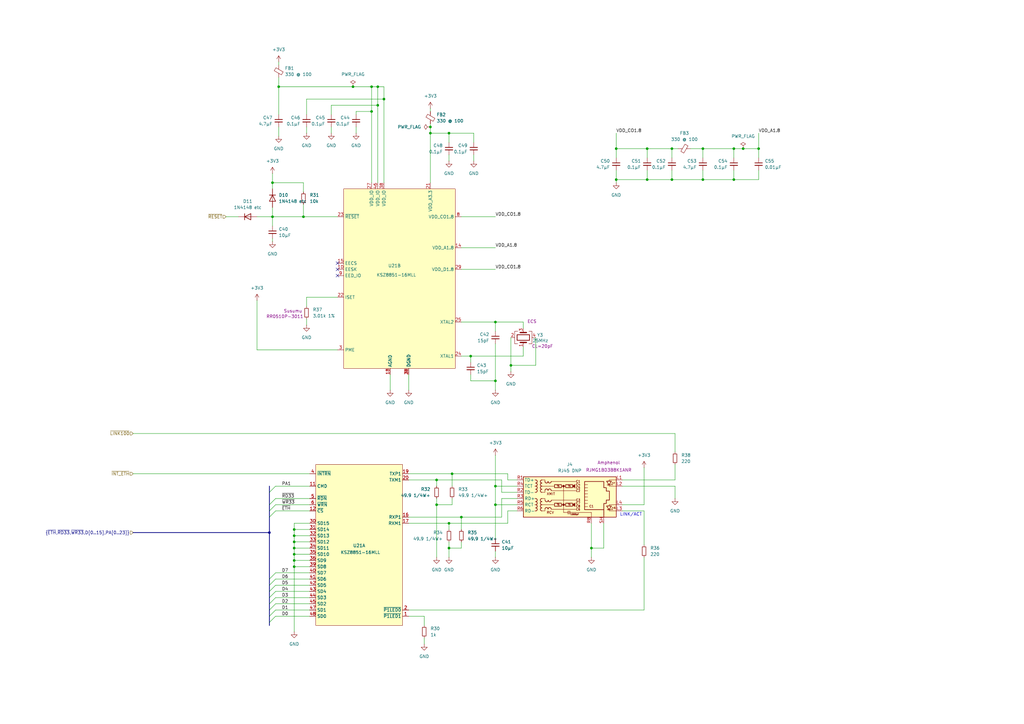
<source format=kicad_sch>
(kicad_sch (version 20231120) (generator "eeschema") (generator_version "8.0")
  (paper "A3")
  (title_block (date "2024-08-10") (rev "Rev 4"))
  (lib_symbols
    (symbol "Connector:RJ45_Amphenol_RJMG1BD3B8K1ANR"
      (property "Reference" "J" (at 18.415 10.16 0))
      (property "Value" "RJ45_Amphenol_RJMG1BD3B8K1ANR" (at -19.05 10.16 0))
      (symbol "RJ45_Amphenol_RJMG1BD3B8K1ANR_0_0"
        (circle (center -1.27 -2.54) (radius 0.0001) (stroke (width 0.508)))
        (circle (center -1.27 5.08) (radius 0.0001) (stroke (width 0.508)))
        (polyline (pts (xy -1.27 5.08) (xy -1.27 -5.715)))
        (polyline (pts (xy 0.635 -5.08) (xy 0.635 -6.35)) (stroke (width 0.254)))
        (polyline (pts (xy 1.27 -5.08) (xy 1.27 -6.35)) (stroke (width 0.254)))
        (polyline (pts (xy 3.048 -2.54) (xy 2.54 -2.54)))
        (polyline (pts (xy 3.048 5.08) (xy 2.54 5.08)))
        (polyline (pts (xy 17.399 -3.048) (xy 17.399 -2.54) (xy 20.32 -2.54)))
        (polyline (pts (xy 17.399 7.112) (xy 17.399 7.62) (xy 20.32 7.62)))
        (polyline (pts (xy 20.32 -5.08) (xy 17.399 -5.08) (xy 17.399 -4.572)))
        (polyline (pts (xy 20.32 5.08) (xy 17.399 5.08) (xy 17.399 5.588)))
        (polyline (pts (xy 3.683 -1.905) (xy 3.048 -1.905) (xy 3.048 -3.175) (xy 3.683 -3.175)))
        (polyline (pts (xy 3.683 5.715) (xy 3.048 5.715) (xy 3.048 4.445) (xy 3.683 4.445)))
        (circle (center 3.048 -2.54) (radius 0.0001) (stroke (width 0.508)))
        (circle (center 3.048 5.08) (radius 0.0001) (stroke (width 0.508)))
        (text "C1" (at 4.699 6.985 0) (effects (font (size 0.889 0.889))))
        (text "C1" (at 10.16 -3.175 0) (effects (font (size 0.889 0.889))))
        (text "C2" (at 4.699 3.175 0) (effects (font (size 0.889 0.889))))
        (text "C3" (at 4.699 -0.635 0) (effects (font (size 0.889 0.889))))
        (text "C4" (at 4.699 5.715 0) (effects (font (size 0.889 0.889))))
        (text "C5" (at 4.699 4.445 0) (effects (font (size 0.889 0.889))))
        (text "C6" (at 4.699 -4.445 0) (effects (font (size 0.889 0.889))))
        (text "C7" (at 4.699 -1.905 0) (effects (font (size 0.889 0.889))))
        (text "C8" (at 4.699 -3.175 0) (effects (font (size 0.889 0.889))))
        (text "RCV" (at -8.255 -5.715 0) (effects (font (size 1.016 1.016)) (justify left)))
        (text "XMIT" (at -8.255 1.905 0) (effects (font (size 1.016 1.016)) (justify left)))
      )
      (symbol "RJ45_Amphenol_RJMG1BD3B8K1ANR_0_1"
        (rectangle (start -17.78 8.89) (end 20.32 -7.62) (stroke (width 0.254)) (fill (type background)))
        (polyline (pts (xy -12.7 -5.08) (xy -13.081 -5.08)))
        (polyline (pts (xy -12.7 -2.54) (xy -13.081 -2.54)))
        (polyline (pts (xy -12.7 0) (xy -13.081 0)))
        (polyline (pts (xy -12.7 2.54) (xy -13.081 2.54)))
        (polyline (pts (xy -12.7 5.08) (xy -13.081 5.08)))
        (polyline (pts (xy -12.7 7.62) (xy -13.081 7.62)))
        (polyline (pts (xy -6.35 -4.445) (xy 3.683 -4.445)))
        (polyline (pts (xy -6.35 3.175) (xy 3.683 3.175)))
        (polyline (pts (xy -6.35 6.985) (xy 3.683 6.985)))
        (polyline (pts (xy -6.223 -0.635) (xy 3.683 -0.635)))
        (polyline (pts (xy -5.08 -2.54) (xy -10.16 -2.54)))
        (polyline (pts (xy -4.953 5.08) (xy -10.16 5.08)))
        (polyline (pts (xy -2.159 -2.54) (xy -0.381 -2.54)))
        (polyline (pts (xy -2.159 5.08) (xy -0.381 5.08)))
        (polyline (pts (xy 0.635 -5.715) (xy -1.27 -5.715)))
        (polyline (pts (xy 7.366 -2.032) (xy 8.636 -2.032)))
        (polyline (pts (xy 7.366 -0.762) (xy 8.636 -0.762)))
        (polyline (pts (xy 7.366 0.635) (xy 8.636 0.635)))
        (polyline (pts (xy 7.366 1.905) (xy 8.636 1.905)))
        (polyline (pts (xy 7.366 3.175) (xy 8.636 3.175)))
        (polyline (pts (xy 8.636 -3.302) (xy 7.366 -3.302)))
        (polyline (pts (xy 8.636 4.445) (xy 7.366 4.445)))
        (polyline (pts (xy 8.636 5.715) (xy 7.366 5.715)))
        (polyline (pts (xy 10.16 -5.715) (xy 1.27 -5.715)))
        (polyline (pts (xy 10.16 -5.715) (xy 10.16 -7.62)))
        (polyline (pts (xy -10.16 0) (xy -8.89 0) (xy -8.89 -0.635)))
        (polyline (pts (xy -10.16 7.62) (xy -8.89 7.62) (xy -8.89 6.985)))
        (polyline (pts (xy -8.89 -4.445) (xy -8.89 -5.08) (xy -10.16 -5.08)))
        (polyline (pts (xy -8.89 3.175) (xy -8.89 2.54) (xy -10.16 2.54)))
      )
      (symbol "RJ45_Amphenol_RJMG1BD3B8K1ANR_1_0"
        (text "1000pF" (at 3.302 -6.477 0) (effects (font (size 0.635 0.635))))
      )
      (symbol "RJ45_Amphenol_RJMG1BD3B8K1ANR_1_1"
        (arc (start -12.7 -1.27) (mid -12.0677 -0.635) (end -12.7 0) (stroke (width 0.254)))
        (arc (start -12.6973 -5.08) (mid -12.065 -4.445) (end -12.6973 -3.81) (stroke (width 0.254)))
        (arc (start -12.6973 -3.81) (mid -12.065 -3.175) (end -12.6973 -2.54) (stroke (width 0.254)))
        (arc (start -12.6973 -2.54) (mid -12.065 -1.905) (end -12.6973 -1.27) (stroke (width 0.254)))
        (arc (start -12.6973 6.35) (mid -12.065 6.985) (end -12.6973 7.62) (stroke (width 0.254)))
        (arc (start -12.6946 2.54) (mid -12.0623 3.175) (end -12.6946 3.81) (stroke (width 0.254)))
        (arc (start -12.6946 3.81) (mid -12.0623 4.445) (end -12.6946 5.08) (stroke (width 0.254)))
        (arc (start -12.6946 5.08) (mid -12.0623 5.715) (end -12.6946 6.35) (stroke (width 0.254)))
        (arc (start -10.1654 -2.54) (mid -10.7977 -3.175) (end -10.1654 -3.81) (stroke (width 0.254)))
        (arc (start -10.1654 -1.27) (mid -10.7977 -1.905) (end -10.1654 -2.54) (stroke (width 0.254)))
        (arc (start -10.1654 0) (mid -10.7977 -0.635) (end -10.1654 -1.27) (stroke (width 0.254)))
        (arc (start -10.1654 5.08) (mid -10.7977 4.445) (end -10.1654 3.81) (stroke (width 0.254)))
        (arc (start -10.1654 6.35) (mid -10.7977 5.715) (end -10.1654 5.08) (stroke (width 0.254)))
        (arc (start -10.1654 7.62) (mid -10.7977 6.985) (end -10.1654 6.35) (stroke (width 0.254)))
        (arc (start -10.1627 -3.81) (mid -10.795 -4.445) (end -10.1627 -5.08) (stroke (width 0.254)))
        (arc (start -10.1627 3.81) (mid -10.795 3.175) (end -10.1627 2.54) (stroke (width 0.254)))
        (arc (start -8.89 6.9823) (mid -8.255 6.35) (end -7.62 6.9823) (stroke (width 0.254)))
        (arc (start -8.8265 -0.7012) (mid -8.1915 -1.3335) (end -7.5565 -0.7012) (stroke (width 0.254)))
        (arc (start -7.62 -4.3153) (mid -8.255 -3.683) (end -8.89 -4.3153) (stroke (width 0.254)))
        (arc (start -7.62 3.3047) (mid -8.255 3.937) (end -8.89 3.3047) (stroke (width 0.254)))
        (arc (start -7.62 6.985) (mid -6.985 6.3527) (end -6.35 6.985) (stroke (width 0.254)))
        (arc (start -7.5565 -0.6985) (mid -6.9215 -1.3308) (end -6.2865 -0.6985) (stroke (width 0.254)))
        (arc (start -6.35 -4.3126) (mid -6.985 -3.6803) (end -7.62 -4.3126) (stroke (width 0.254)))
        (arc (start -6.35 3.3074) (mid -6.985 3.9397) (end -7.62 3.3074) (stroke (width 0.254)))
        (rectangle (start -4.953 -1.905) (end -2.159 -3.175) (stroke (width 0.254)))
        (rectangle (start -4.953 5.715) (end -2.159 4.445) (stroke (width 0.254)))
        (rectangle (start -0.381 -1.905) (end 2.413 -3.175) (stroke (width 0.254)))
        (rectangle (start -0.381 5.715) (end 2.413 4.445) (stroke (width 0.254)))
        (polyline (pts (xy 15.24 -7.62) (xy 15.24 -4.572)) (stroke (width 0.254)))
        (polyline (pts (xy 18.161 -4.572) (xy 16.637 -4.572)) (stroke (width 0.254)))
        (polyline (pts (xy 18.161 5.588) (xy 16.637 5.588)) (stroke (width 0.254)))
        (polyline (pts (xy 18.796 -4.572) (xy 18.796 -4.318)))
        (polyline (pts (xy 18.796 5.588) (xy 18.796 5.842)))
        (polyline (pts (xy 19.05 -3.937) (xy 19.05 -3.683)))
        (polyline (pts (xy 19.05 6.223) (xy 19.05 6.477)))
        (polyline (pts (xy 18.288 -4.064) (xy 18.796 -4.572) (xy 18.542 -4.572)))
        (polyline (pts (xy 18.288 6.096) (xy 18.796 5.588) (xy 18.542 5.588)))
        (polyline (pts (xy 18.542 -3.429) (xy 19.05 -3.937) (xy 18.796 -3.937)))
        (polyline (pts (xy 18.542 6.731) (xy 19.05 6.223) (xy 18.796 6.223)))
        (polyline (pts (xy 18.288 -3.048) (xy 16.383 -3.048) (xy 17.399 -4.572) (xy 18.288 -3.048)) (stroke (width 0.254)))
        (polyline (pts (xy 18.288 7.112) (xy 16.383 7.112) (xy 17.399 5.588) (xy 18.288 7.112)) (stroke (width 0.254)))
        (polyline (pts (xy 7.366 -4.572) (xy 7.366 6.985) (xy 15.24 6.985) (xy 15.24 4.445) (xy 16.256 4.445) (xy 16.256 3.048) (xy 17.526 3.048) (xy 17.526 -0.635) (xy 16.256 -0.635) (xy 16.256 -2.032) (xy 15.24 -2.032) (xy 15.24 -4.572) (xy 7.366 -4.572)) (stroke (width 0.254)))
        (text "75" (at -3.556 -2.54 0) (effects (font (size 0.635 0.635))))
        (text "75" (at -3.556 5.08 0) (effects (font (size 0.635 0.635))))
        (text "75" (at 1.016 -2.54 0) (effects (font (size 0.635 0.635))))
        (text "75" (at 1.016 5.08 0) (effects (font (size 0.635 0.635))))
        (text "G" (at 19.685 -3.81 0) (effects (font (size 0.635 0.635))))
        (text "Y" (at 19.558 6.35 0) (effects (font (size 0.635 0.635))))
        (pin passive line (at 22.86 7.62 180) (length 2.54) (name "") (number "L1"))
        (pin passive line (at 22.86 5.08 180) (length 2.54) (name "") (number "L2"))
        (pin passive line (at 22.86 -5.08 180) (length 2.54) (name "") (number "L3"))
        (pin passive line (at 22.86 -2.54 180) (length 2.54) (name "") (number "L4"))
        (pin passive line (at -20.32 7.62 0) (length 2.54) (name "TD+") (number "R1"))
        (pin passive line (at -20.32 2.54 0) (length 2.54) (name "TD-") (number "R2"))
        (pin passive line (at -20.32 0 0) (length 2.54) (name "RD+") (number "R3"))
        (pin passive line (at -20.32 5.08 0) (length 2.54) (name "TCT") (number "R4"))
        (pin passive line (at -20.32 -2.54 0) (length 2.54) (name "RCT") (number "R5"))
        (pin passive line (at -20.32 -5.08 0) (length 2.54) (name "RD-") (number "R6"))
        (pin no_connect line (at 20.32 0 0) (length 0) hide (name "NC") (number "R7"))
        (pin power_in line (at 10.16 -10.16 90) (length 2.54) (name "") (number "R8"))
        (pin passive line (at 15.24 -10.16 90) (length 2.54) (name "") (number "SH"))
      )
    )
    (symbol "Device:C_Small" (pin_numbers hide) (pin_names (offset 0.254) hide)
      (property "Reference" "C" (at 0.254 1.778 0))
      (property "Value" "C_Small" (at 0.254 -2.032 0))
      (symbol "C_Small_0_1"
        (polyline (pts (xy -1.524 -0.508) (xy 1.524 -0.508)) (stroke (width 0.3302)))
        (polyline (pts (xy -1.524 0.508) (xy 1.524 0.508)) (stroke (width 0.3048)))
      )
      (symbol "C_Small_1_1"
        (pin passive line (at 0 2.54 270) (length 2.032) (name "~") (number "1"))
        (pin passive line (at 0 -2.54 90) (length 2.032) (name "~") (number "2"))
      )
    )
    (symbol "Device:Crystal_GND24" (pin_names (offset 1.016) hide)
      (property "Reference" "Y" (at 3.175 5.08 0))
      (property "Value" "Crystal_GND24" (at 3.175 3.175 0))
      (symbol "Crystal_GND24_0_1"
        (rectangle (start -1.143 2.54) (end 1.143 -2.54) (stroke (width 0.3048)))
        (polyline (pts (xy -2.54 0) (xy -2.032 0)))
        (polyline (pts (xy -2.032 -1.27) (xy -2.032 1.27)) (stroke (width 0.508)))
        (polyline (pts (xy 0 -3.81) (xy 0 -3.556)))
        (polyline (pts (xy 0 3.556) (xy 0 3.81)))
        (polyline (pts (xy 2.032 -1.27) (xy 2.032 1.27)) (stroke (width 0.508)))
        (polyline (pts (xy 2.032 0) (xy 2.54 0)))
        (polyline (pts (xy -2.54 -2.286) (xy -2.54 -3.556) (xy 2.54 -3.556) (xy 2.54 -2.286)))
        (polyline (pts (xy -2.54 2.286) (xy -2.54 3.556) (xy 2.54 3.556) (xy 2.54 2.286)))
      )
      (symbol "Crystal_GND24_1_1"
        (pin passive line (at -3.81 0 0) (length 1.27) (name "1") (number "1"))
        (pin passive line (at 0 5.08 270) (length 1.27) (name "2") (number "2"))
        (pin passive line (at 3.81 0 180) (length 1.27) (name "3") (number "3"))
        (pin passive line (at 0 -5.08 90) (length 1.27) (name "4") (number "4"))
      )
    )
    (symbol "Device:FerriteBead_Small" (pin_numbers hide) (pin_names (offset 0))
      (property "Reference" "FB" (at 1.905 1.27 0))
      (property "Value" "FerriteBead_Small" (at 1.905 -1.27 0))
      (symbol "FerriteBead_Small_0_1"
        (polyline (pts (xy 0 -1.27) (xy 0 -0.7874)))
        (polyline (pts (xy 0 0.889) (xy 0 1.2954)))
        (polyline (pts (xy -1.8288 0.2794) (xy -1.1176 1.4986) (xy 1.8288 -0.2032) (xy 1.1176 -1.4224) (xy -1.8288 0.2794)))
      )
      (symbol "FerriteBead_Small_1_1"
        (pin passive line (at 0 2.54 270) (length 1.27) (name "~") (number "1"))
        (pin passive line (at 0 -2.54 90) (length 1.27) (name "~") (number "2"))
      )
    )
    (symbol "Device:R_Small" (pin_numbers hide) (pin_names (offset 0.254) hide)
      (property "Reference" "R" (at 0.762 0.508 0))
      (property "Value" "R_Small" (at 0.762 -1.016 0))
      (symbol "R_Small_0_1"
        (rectangle (start -0.762 1.778) (end 0.762 -1.778) (stroke (width 0.2032)))
      )
      (symbol "R_Small_1_1"
        (pin passive line (at 0 2.54 270) (length 0.762) (name "~") (number "1"))
        (pin passive line (at 0 -2.54 90) (length 0.762) (name "~") (number "2"))
      )
    )
    (symbol "Diode:1N4148" (pin_numbers hide) (pin_names hide)
      (property "Reference" "D" (at 0 2.54 0))
      (property "Value" "1N4148" (at 0 -2.54 0))
      (symbol "1N4148_0_1"
        (polyline (pts (xy -1.27 1.27) (xy -1.27 -1.27)) (stroke (width 0.254)))
        (polyline (pts (xy 1.27 0) (xy -1.27 0)))
        (polyline (pts (xy 1.27 1.27) (xy 1.27 -1.27) (xy -1.27 0) (xy 1.27 1.27)) (stroke (width 0.254)))
      )
      (symbol "1N4148_1_1"
        (pin passive line (at -3.81 0 0) (length 2.54) (name "K") (number "1"))
        (pin passive line (at 3.81 0 180) (length 2.54) (name "A") (number "2"))
      )
    )
    (symbol "KSZ8851:KSZ8851-16MLL"
      (property "Reference" "U" (at 0 -1.524 0))
      (symbol "KSZ8851-16MLL_1_0"
        (pin output line (at 20.32 -30.48 180) (length 2.54) (name "~{P1LED1}") (number "1"))
        (pin input line (at -20.32 22.86 0) (length 2.54) (name "CMD") (number "11"))
        (pin input line (at -20.32 12.7 0) (length 2.54) (name "~{CS}") (number "12"))
        (pin bidirectional line (at 20.32 10.16 180) (length 2.54) (name "RXP1") (number "16"))
        (pin bidirectional line (at 20.32 7.62 180) (length 2.54) (name "RXM1") (number "17"))
        (pin bidirectional line (at 20.32 27.94 180) (length 2.54) (name "TXP1") (number "19"))
        (pin output line (at 20.32 -27.94 180) (length 2.54) (name "~{P1LED0}") (number "2"))
        (pin bidirectional line (at 20.32 25.4 180) (length 2.54) (name "TXM1") (number "20"))
        (pin bidirectional line (at -20.32 7.62 0) (length 2.54) (name "SD15") (number "30"))
        (pin bidirectional line (at -20.32 5.08 0) (length 2.54) (name "SD14") (number "31"))
        (pin bidirectional line (at -20.32 2.54 0) (length 2.54) (name "SD13") (number "32"))
        (pin bidirectional line (at -20.32 0 0) (length 2.54) (name "SD12") (number "33"))
        (pin bidirectional line (at -20.32 -2.54 0) (length 2.54) (name "SD11") (number "34"))
        (pin bidirectional line (at -20.32 -5.08 0) (length 2.54) (name "SD10") (number "35"))
        (pin bidirectional line (at -20.32 -7.62 0) (length 2.54) (name "SD9") (number "36"))
        (pin bidirectional line (at -20.32 -10.16 0) (length 2.54) (name "SD8") (number "39"))
        (pin output line (at -20.32 27.94 0) (length 2.54) (name "~{INTRN}") (number "4"))
        (pin bidirectional line (at -20.32 -12.7 0) (length 2.54) (name "SD7") (number "40"))
        (pin bidirectional line (at -20.32 -15.24 0) (length 2.54) (name "SD6") (number "41"))
        (pin bidirectional line (at -20.32 -17.78 0) (length 2.54) (name "SD5") (number "42"))
        (pin bidirectional line (at -20.32 -20.32 0) (length 2.54) (name "SD4") (number "43"))
        (pin bidirectional line (at -20.32 -22.86 0) (length 2.54) (name "SD3") (number "44"))
        (pin bidirectional line (at -20.32 -25.4 0) (length 2.54) (name "SD2") (number "45"))
        (pin bidirectional line (at -20.32 -27.94 0) (length 2.54) (name "SD1") (number "47"))
        (pin bidirectional line (at -20.32 -30.48 0) (length 2.54) (name "SD0") (number "48"))
        (pin input line (at -20.32 17.78 0) (length 2.54) (name "~{RDN}") (number "5"))
        (pin input line (at -20.32 15.24 0) (length 2.54) (name "~{WRN}") (number "6"))
      )
      (symbol "KSZ8851-16MLL_1_1"
        (rectangle (start -17.78 31.75) (end 17.78 -34.29) (fill (type background)))
      )
      (symbol "KSZ8851-16MLL_2_0"
        (pin output line (at 25.4 -29.21 180) (length 2.54) (name "EESK") (number "10"))
        (pin power_in line (at 3.81 -72.39 90) (length 2.54) (name "AGND") (number "13"))
        (pin power_in line (at -25.4 -20.32 0) (length 2.54) (name "VDD_A1.8") (number "14"))
        (pin output line (at 25.4 -26.67 180) (length 2.54) (name "EECS") (number "15"))
        (pin power_in line (at 3.81 -72.39 90) (length 2.54) (name "AGND") (number "18"))
        (pin power_in line (at -12.7 6.35 270) (length 2.54) (name "VDD_A3.3") (number "21"))
        (pin output line (at 25.4 -40.64 180) (length 2.54) (name "ISET") (number "22"))
        (pin input line (at 25.4 -7.62 180) (length 2.54) (name "~{RESET}") (number "23"))
        (pin input line (at -25.4 -64.77 0) (length 2.54) (name "XTAL1") (number "24"))
        (pin output line (at -25.4 -50.8 0) (length 2.54) (name "XTAL2") (number "25"))
        (pin power_in line (at -3.81 -72.39 90) (length 2.54) (name "DGND") (number "26"))
        (pin power_in line (at 11.43 6.35 270) (length 2.54) (name "VDD_IO") (number "27"))
        (pin power_in line (at -3.81 -72.39 90) (length 2.54) (name "DGND") (number "28"))
        (pin power_in line (at -25.4 -29.21 0) (length 2.54) (name "VDD_D1.8") (number "29"))
        (pin input line (at 25.4 -62.23 180) (length 2.54) (name "PME") (number "3"))
        (pin power_in line (at -3.81 -72.39 90) (length 2.54) (name "DGND") (number "37"))
        (pin power_in line (at 6.35 6.35 270) (length 2.54) (name "VDD_IO") (number "38"))
        (pin power_in line (at 8.89 6.35 270) (length 2.54) (name "VDD_IO") (number "46"))
        (pin power_in line (at -3.81 -72.39 90) (length 2.54) (name "DGND") (number "7"))
        (pin power_out line (at -25.4 -7.62 0) (length 2.54) (name "VDD_CO1.8") (number "8"))
        (pin bidirectional line (at 25.4 -31.75 180) (length 2.54) (name "EED_IO") (number "9"))
      )
      (symbol "KSZ8851-16MLL_2_1"
        (rectangle (start -22.86 3.81) (end 22.86 -69.85) (fill (type background)))
      )
    )
    (symbol "power:+3V3" (power) (pin_numbers hide) (pin_names (offset 0) hide)
      (property "Value" "+3V3" (at 0 3.556 0))
      (symbol "+3V3_0_1"
        (polyline (pts (xy -0.762 1.27) (xy 0 2.54)))
        (polyline (pts (xy 0 0) (xy 0 2.54)))
        (polyline (pts (xy 0 2.54) (xy 0.762 1.27)))
      )
      (symbol "+3V3_1_1"
        (pin power_in line (at 0 0 90) (length 0) (name "~") (number "1"))
      )
    )
    (symbol "power:GND" (power) (pin_numbers hide) (pin_names (offset 0) hide)
      (property "Value" "GND" (at 0 -3.81 0))
      (symbol "GND_0_1"
        (polyline (pts (xy 0 0) (xy 0 -1.27) (xy 1.27 -1.27) (xy 0 -2.54) (xy -1.27 -1.27) (xy 0 -1.27)))
      )
      (symbol "GND_1_1"
        (pin power_in line (at 0 0 270) (length 0) (name "~") (number "1"))
      )
    )
    (symbol "power:PWR_FLAG" (power) (pin_numbers hide) (pin_names (offset 0) hide)
      (property "Value" "PWR_FLAG" (at 0 3.81 0))
      (symbol "PWR_FLAG_0_0"
        (pin power_out line (at 0 0 90) (length 0) (name "~") (number "1"))
      )
      (symbol "PWR_FLAG_0_1"
        (polyline (pts (xy 0 0) (xy 0 1.27) (xy -1.016 1.905) (xy 0 2.54) (xy 1.016 1.905) (xy 0 1.27)))
      )
    )
  )
  (junction (at 288.29 60.96))
  (junction (at 120.65 222.25))
  (junction (at 265.43 73.66))
  (junction (at 203.2 199.39))
  (junction (at 152.4 45.72))
  (junction (at 311.15 60.96))
  (junction (at 111.76 74.93))
  (junction (at 154.94 43.18))
  (junction (at 110.49 218.44))
  (junction (at 189.23 212.09))
  (junction (at 265.43 60.96))
  (junction (at 120.65 224.79))
  (junction (at 184.15 224.79))
  (junction (at 179.07 196.85))
  (junction (at 120.65 219.71))
  (junction (at 124.46 88.9))
  (junction (at 300.99 60.96))
  (junction (at 184.15 54.61))
  (junction (at 184.15 214.63))
  (junction (at 304.8 60.96))
  (junction (at 176.53 54.61))
  (junction (at 120.65 227.33))
  (junction (at 111.76 88.9))
  (junction (at 154.94 35.56))
  (junction (at 275.59 60.96))
  (junction (at 176.53 52.07))
  (junction (at 209.55 149.86))
  (junction (at 185.42 194.31))
  (junction (at 203.2 207.01))
  (junction (at 300.99 73.66))
  (junction (at 157.48 40.64))
  (junction (at 203.2 132.08))
  (junction (at 252.73 60.96))
  (junction (at 203.2 156.21))
  (junction (at 144.78 35.56))
  (junction (at 114.3 35.56))
  (junction (at 252.73 73.66))
  (junction (at 275.59 73.66))
  (junction (at 193.04 146.05))
  (junction (at 242.57 224.79))
  (junction (at 179.07 207.01))
  (junction (at 120.65 217.17))
  (junction (at 288.29 73.66))
  (junction (at 120.65 232.41))
  (junction (at 120.65 229.87))
  (junction (at 152.4 35.56))
  (no_connect (at 138.43 110.49))
  (no_connect (at 138.43 113.03))
  (no_connect (at 138.43 107.95))
  (bus_entry (at 110.49 207.01) (size 2.54 -2.54))
  (bus_entry (at 110.49 240.03) (size 2.54 -2.54))
  (bus_entry (at 110.49 209.55) (size 2.54 -2.54))
  (bus_entry (at 110.49 247.65) (size 2.54 -2.54))
  (bus_entry (at 110.49 250.19) (size 2.54 -2.54))
  (bus_entry (at 110.49 245.11) (size 2.54 -2.54))
  (bus_entry (at 110.49 201.93) (size 2.54 -2.54))
  (bus_entry (at 110.49 255.27) (size 2.54 -2.54))
  (bus_entry (at 110.49 252.73) (size 2.54 -2.54))
  (bus_entry (at 110.49 237.49) (size 2.54 -2.54))
  (bus_entry (at 110.49 212.09) (size 2.54 -2.54))
  (bus_entry (at 110.49 242.57) (size 2.54 -2.54))
  (wire (pts (xy 125.73 121.92) (xy 138.43 121.92)))
  (wire (pts (xy 288.29 60.96) (xy 300.99 60.96)))
  (wire (pts (xy 157.48 40.64) (xy 125.73 40.64)))
  (wire (pts (xy 252.73 73.66) (xy 252.73 74.93)))
  (wire (pts (xy 275.59 73.66) (xy 265.43 73.66)))
  (wire (pts (xy 205.74 204.47) (xy 212.09 204.47)))
  (wire (pts (xy 189.23 212.09) (xy 205.74 212.09)))
  (wire (pts (xy 135.89 43.18) (xy 135.89 46.99)))
  (wire (pts (xy 113.03 207.01) (xy 127 207.01)))
  (wire (pts (xy 179.07 207.01) (xy 185.42 207.01)))
  (wire (pts (xy 120.65 227.33) (xy 120.65 224.79)))
  (bus (pts (xy 110.49 250.19) (xy 110.49 252.73)))
  (wire (pts (xy 276.86 199.39) (xy 276.86 204.47)))
  (wire (pts (xy 167.64 153.67) (xy 167.64 160.02)))
  (wire (pts (xy 146.05 46.99) (xy 146.05 45.72)))
  (wire (pts (xy 264.16 191.77) (xy 264.16 207.01)))
  (wire (pts (xy 275.59 60.96) (xy 275.59 64.77)))
  (wire (pts (xy 193.04 156.21) (xy 203.2 156.21)))
  (wire (pts (xy 167.64 212.09) (xy 189.23 212.09)))
  (wire (pts (xy 300.99 60.96) (xy 300.99 64.77)))
  (wire (pts (xy 154.94 43.18) (xy 135.89 43.18)))
  (wire (pts (xy 113.03 240.03) (xy 127 240.03)))
  (wire (pts (xy 179.07 196.85) (xy 205.74 196.85)))
  (wire (pts (xy 275.59 73.66) (xy 288.29 73.66)))
  (wire (pts (xy 157.48 35.56) (xy 157.48 40.64)))
  (wire (pts (xy 120.65 232.41) (xy 120.65 229.87)))
  (wire (pts (xy 154.94 35.56) (xy 157.48 35.56)))
  (wire (pts (xy 105.41 88.9) (xy 111.76 88.9)))
  (wire (pts (xy 120.65 222.25) (xy 127 222.25)))
  (bus (pts (xy 110.49 237.49) (xy 110.49 240.03)))
  (wire (pts (xy 113.03 245.11) (xy 127 245.11)))
  (wire (pts (xy 113.03 199.39) (xy 127 199.39)))
  (wire (pts (xy 193.04 146.05) (xy 214.63 146.05)))
  (wire (pts (xy 288.29 69.85) (xy 288.29 73.66)))
  (wire (pts (xy 208.28 214.63) (xy 208.28 209.55)))
  (wire (pts (xy 185.42 194.31) (xy 208.28 194.31)))
  (wire (pts (xy 114.3 35.56) (xy 144.78 35.56)))
  (wire (pts (xy 203.2 199.39) (xy 212.09 199.39)))
  (bus (pts (xy 54.61 218.44) (xy 110.49 218.44)))
  (bus (pts (xy 110.49 209.55) (xy 110.49 212.09)))
  (wire (pts (xy 189.23 217.17) (xy 189.23 212.09)))
  (wire (pts (xy 111.76 74.93) (xy 111.76 77.47)))
  (wire (pts (xy 265.43 60.96) (xy 275.59 60.96)))
  (wire (pts (xy 114.3 35.56) (xy 114.3 46.99)))
  (wire (pts (xy 176.53 54.61) (xy 176.53 74.93)))
  (wire (pts (xy 173.99 256.54) (xy 173.99 252.73)))
  (wire (pts (xy 120.65 224.79) (xy 120.65 222.25)))
  (wire (pts (xy 125.73 40.64) (xy 125.73 46.99)))
  (wire (pts (xy 125.73 125.73) (xy 125.73 121.92)))
  (wire (pts (xy 179.07 207.01) (xy 179.07 228.6)))
  (wire (pts (xy 189.23 110.49) (xy 203.2 110.49)))
  (wire (pts (xy 194.31 63.5) (xy 194.31 66.04)))
  (wire (pts (xy 311.15 54.61) (xy 311.15 60.96)))
  (wire (pts (xy 173.99 261.62) (xy 173.99 264.16)))
  (wire (pts (xy 154.94 43.18) (xy 154.94 74.93)))
  (bus (pts (xy 110.49 218.44) (xy 110.49 237.49)))
  (wire (pts (xy 255.27 209.55) (xy 264.16 209.55)))
  (wire (pts (xy 135.89 52.07) (xy 135.89 54.61)))
  (wire (pts (xy 184.15 214.63) (xy 208.28 214.63)))
  (wire (pts (xy 205.74 196.85) (xy 205.74 201.93)))
  (wire (pts (xy 184.15 222.25) (xy 184.15 224.79)))
  (wire (pts (xy 300.99 73.66) (xy 311.15 73.66)))
  (wire (pts (xy 304.8 60.96) (xy 311.15 60.96)))
  (bus (pts (xy 110.49 255.27) (xy 110.49 256.54)))
  (wire (pts (xy 214.63 132.08) (xy 214.63 134.62)))
  (wire (pts (xy 203.2 207.01) (xy 212.09 207.01)))
  (wire (pts (xy 265.43 69.85) (xy 265.43 73.66)))
  (wire (pts (xy 209.55 149.86) (xy 209.55 152.4)))
  (wire (pts (xy 120.65 217.17) (xy 120.65 214.63)))
  (wire (pts (xy 154.94 35.56) (xy 154.94 43.18)))
  (wire (pts (xy 264.16 223.52) (xy 264.16 209.55)))
  (wire (pts (xy 283.21 60.96) (xy 288.29 60.96)))
  (wire (pts (xy 120.65 224.79) (xy 127 224.79)))
  (wire (pts (xy 111.76 97.79) (xy 111.76 99.06)))
  (bus (pts (xy 110.49 240.03) (xy 110.49 242.57)))
  (wire (pts (xy 111.76 85.09) (xy 111.76 88.9)))
  (wire (pts (xy 120.65 219.71) (xy 127 219.71)))
  (wire (pts (xy 184.15 224.79) (xy 189.23 224.79)))
  (wire (pts (xy 176.53 52.07) (xy 176.53 54.61)))
  (wire (pts (xy 179.07 204.47) (xy 179.07 207.01)))
  (wire (pts (xy 276.86 190.5) (xy 276.86 196.85)))
  (wire (pts (xy 124.46 78.74) (xy 124.46 74.93)))
  (wire (pts (xy 194.31 58.42) (xy 194.31 54.61)))
  (wire (pts (xy 252.73 60.96) (xy 265.43 60.96)))
  (wire (pts (xy 242.57 214.63) (xy 242.57 224.79)))
  (wire (pts (xy 247.65 224.79) (xy 242.57 224.79)))
  (wire (pts (xy 242.57 224.79) (xy 242.57 228.6)))
  (bus (pts (xy 110.49 212.09) (xy 110.49 218.44)))
  (bus (pts (xy 110.49 252.73) (xy 110.49 255.27)))
  (wire (pts (xy 311.15 60.96) (xy 311.15 64.77)))
  (wire (pts (xy 189.23 101.6) (xy 203.2 101.6)))
  (wire (pts (xy 120.65 259.08) (xy 120.65 232.41)))
  (wire (pts (xy 208.28 196.85) (xy 212.09 196.85)))
  (wire (pts (xy 184.15 63.5) (xy 184.15 66.04)))
  (wire (pts (xy 113.03 204.47) (xy 127 204.47)))
  (bus (pts (xy 110.49 201.93) (xy 110.49 207.01)))
  (wire (pts (xy 157.48 40.64) (xy 157.48 74.93)))
  (wire (pts (xy 185.42 194.31) (xy 167.64 194.31)))
  (wire (pts (xy 219.71 138.43) (xy 219.71 149.86)))
  (wire (pts (xy 120.65 232.41) (xy 127 232.41)))
  (wire (pts (xy 275.59 69.85) (xy 275.59 73.66)))
  (wire (pts (xy 288.29 60.96) (xy 288.29 64.77)))
  (wire (pts (xy 219.71 149.86) (xy 209.55 149.86)))
  (wire (pts (xy 120.65 229.87) (xy 120.65 227.33)))
  (wire (pts (xy 203.2 199.39) (xy 203.2 207.01)))
  (wire (pts (xy 176.53 50.8) (xy 176.53 52.07)))
  (wire (pts (xy 264.16 207.01) (xy 255.27 207.01)))
  (wire (pts (xy 203.2 140.97) (xy 203.2 156.21)))
  (wire (pts (xy 184.15 217.17) (xy 184.15 214.63)))
  (wire (pts (xy 184.15 54.61) (xy 184.15 58.42)))
  (wire (pts (xy 264.16 250.19) (xy 167.64 250.19)))
  (wire (pts (xy 265.43 73.66) (xy 252.73 73.66)))
  (wire (pts (xy 288.29 73.66) (xy 300.99 73.66)))
  (wire (pts (xy 265.43 60.96) (xy 265.43 64.77)))
  (wire (pts (xy 205.74 201.93) (xy 212.09 201.93)))
  (wire (pts (xy 252.73 54.61) (xy 252.73 60.96)))
  (wire (pts (xy 203.2 186.69) (xy 203.2 199.39)))
  (wire (pts (xy 193.04 146.05) (xy 193.04 148.59)))
  (wire (pts (xy 300.99 69.85) (xy 300.99 73.66)))
  (wire (pts (xy 275.59 60.96) (xy 278.13 60.96)))
  (wire (pts (xy 203.2 156.21) (xy 203.2 160.02)))
  (bus (pts (xy 110.49 247.65) (xy 110.49 250.19)))
  (wire (pts (xy 120.65 229.87) (xy 127 229.87)))
  (wire (pts (xy 276.86 177.8) (xy 54.61 177.8)))
  (wire (pts (xy 105.41 143.51) (xy 138.43 143.51)))
  (wire (pts (xy 114.3 52.07) (xy 114.3 55.88)))
  (wire (pts (xy 214.63 146.05) (xy 214.63 142.24)))
  (wire (pts (xy 185.42 199.39) (xy 185.42 194.31)))
  (bus (pts (xy 110.49 242.57) (xy 110.49 245.11)))
  (wire (pts (xy 189.23 224.79) (xy 189.23 222.25)))
  (wire (pts (xy 300.99 60.96) (xy 304.8 60.96)))
  (wire (pts (xy 252.73 60.96) (xy 252.73 64.77)))
  (wire (pts (xy 124.46 88.9) (xy 138.43 88.9)))
  (wire (pts (xy 114.3 25.4) (xy 114.3 26.67)))
  (wire (pts (xy 255.27 199.39) (xy 276.86 199.39)))
  (wire (pts (xy 113.03 252.73) (xy 127 252.73)))
  (wire (pts (xy 205.74 212.09) (xy 205.74 204.47)))
  (wire (pts (xy 144.78 35.56) (xy 152.4 35.56)))
  (wire (pts (xy 111.76 88.9) (xy 111.76 92.71)))
  (wire (pts (xy 152.4 35.56) (xy 152.4 45.72)))
  (wire (pts (xy 120.65 217.17) (xy 127 217.17)))
  (wire (pts (xy 160.02 153.67) (xy 160.02 160.02)))
  (wire (pts (xy 311.15 69.85) (xy 311.15 73.66)))
  (wire (pts (xy 264.16 228.6) (xy 264.16 250.19)))
  (wire (pts (xy 185.42 207.01) (xy 185.42 204.47)))
  (wire (pts (xy 120.65 219.71) (xy 120.65 217.17)))
  (wire (pts (xy 167.64 214.63) (xy 184.15 214.63)))
  (wire (pts (xy 252.73 69.85) (xy 252.73 73.66)))
  (wire (pts (xy 203.2 226.06) (xy 203.2 228.6)))
  (wire (pts (xy 125.73 52.07) (xy 125.73 54.61)))
  (wire (pts (xy 105.41 123.19) (xy 105.41 143.51)))
  (wire (pts (xy 208.28 209.55) (xy 212.09 209.55)))
  (wire (pts (xy 111.76 88.9) (xy 124.46 88.9)))
  (wire (pts (xy 208.28 194.31) (xy 208.28 196.85)))
  (wire (pts (xy 173.99 252.73) (xy 167.64 252.73)))
  (wire (pts (xy 113.03 250.19) (xy 127 250.19)))
  (wire (pts (xy 113.03 237.49) (xy 127 237.49)))
  (wire (pts (xy 152.4 45.72) (xy 152.4 74.93)))
  (wire (pts (xy 124.46 74.93) (xy 111.76 74.93)))
  (wire (pts (xy 247.65 214.63) (xy 247.65 224.79)))
  (wire (pts (xy 113.03 209.55) (xy 127 209.55)))
  (wire (pts (xy 114.3 31.75) (xy 114.3 35.56)))
  (wire (pts (xy 124.46 83.82) (xy 124.46 88.9)))
  (wire (pts (xy 184.15 224.79) (xy 184.15 228.6)))
  (wire (pts (xy 167.64 196.85) (xy 179.07 196.85)))
  (wire (pts (xy 193.04 153.67) (xy 193.04 156.21)))
  (wire (pts (xy 111.76 71.12) (xy 111.76 74.93)))
  (wire (pts (xy 113.03 234.95) (xy 127 234.95)))
  (wire (pts (xy 179.07 199.39) (xy 179.07 196.85)))
  (wire (pts (xy 203.2 207.01) (xy 203.2 220.98)))
  (wire (pts (xy 276.86 185.42) (xy 276.86 177.8)))
  (wire (pts (xy 146.05 45.72) (xy 152.4 45.72)))
  (wire (pts (xy 92.71 88.9) (xy 97.79 88.9)))
  (wire (pts (xy 176.53 44.45) (xy 176.53 45.72)))
  (wire (pts (xy 189.23 146.05) (xy 193.04 146.05)))
  (wire (pts (xy 209.55 138.43) (xy 209.55 149.86)))
  (wire (pts (xy 54.61 194.31) (xy 127 194.31)))
  (wire (pts (xy 276.86 196.85) (xy 255.27 196.85)))
  (wire (pts (xy 189.23 132.08) (xy 203.2 132.08)))
  (wire (pts (xy 125.73 130.81) (xy 125.73 133.35)))
  (wire (pts (xy 194.31 54.61) (xy 184.15 54.61)))
  (wire (pts (xy 120.65 222.25) (xy 120.65 219.71)))
  (bus (pts (xy 110.49 207.01) (xy 110.49 209.55)))
  (bus (pts (xy 110.49 245.11) (xy 110.49 247.65)))
  (wire (pts (xy 184.15 54.61) (xy 176.53 54.61)))
  (wire (pts (xy 152.4 35.56) (xy 154.94 35.56)))
  (wire (pts (xy 203.2 132.08) (xy 203.2 135.89)))
  (wire (pts (xy 203.2 132.08) (xy 214.63 132.08)))
  (wire (pts (xy 113.03 247.65) (xy 127 247.65)))
  (wire (pts (xy 189.23 88.9) (xy 203.2 88.9)))
  (bus (pts (xy 110.49 199.39) (xy 110.49 201.93)))
  (wire (pts (xy 120.65 227.33) (xy 127 227.33)))
  (wire (pts (xy 120.65 214.63) (xy 127 214.63)))
  (wire (pts (xy 146.05 52.07) (xy 146.05 54.61)))
  (wire (pts (xy 113.03 242.57) (xy 127 242.57)))
  (text "LINK/ACT" (at 254.254 211.074 0) (effects (font (size 1.27 1.27)) (justify left)))
  (label "D3" (at 115.57 245.11 0))
  (label "~{ETH}" (at 115.57 209.55 0))
  (label "D6" (at 115.57 237.49 0))
  (label "VDD_A1.8" (at 311.15 54.61 0))
  (label "D1" (at 115.57 250.19 0))
  (label "D7" (at 115.57 234.95 0))
  (label "VDD_CO1.8" (at 203.2 88.9 0))
  (label "D2" (at 115.57 247.65 0))
  (label "VDD_A1.8" (at 203.2 101.6 0))
  (label "VDD_CO1.8" (at 203.2 110.49 0))
  (label "~{WR33}" (at 115.57 207.01 0))
  (label "D5" (at 115.57 240.03 0))
  (label "VDD_CO1.8" (at 252.73 54.61 0))
  (label "D4" (at 115.57 242.57 0))
  (label "D0" (at 115.57 252.73 0))
  (label "~{RD33}" (at 115.57 204.47 0))
  (label "PA1" (at 115.57 199.39 0))
  (hierarchical_label "~{RESET}" (shape input) (at 92.71 88.9 180))
  (hierarchical_label "{~{ETH},~{RD33},~{WR33},D[0..15],PA[0..23]}" (shape input) (at 54.61 218.44 180))
  (hierarchical_label "~{LINK100}" (shape input) (at 54.61 177.8 180))
  (hierarchical_label "~{INT_ETH}" (shape input) (at 54.61 194.31 180))
  (symbol (lib_id "power:GND") (at 242.57 228.6 0) (unit 1)
    (property "Reference" "#PWR0127" (effects (hide yes)))
    (property "Value" "GND" (at 242.57 233.68 0))
    (property "Description" "Power symbol creates a global label with name \"GND\" , ground" (effects (hide yes)))
  )
  (symbol (lib_id "power:GND") (at 203.2 160.02 0) (unit 1)
    (property "Reference" "#PWR0132" (effects (hide yes)))
    (property "Value" "GND" (at 203.2 165.1 0))
    (property "Description" "Power symbol creates a global label with name \"GND\" , ground" (effects (hide yes)))
  )
  (symbol (lib_id "Device:R_Small") (at 184.15 219.71 0) (mirror y) (unit 1)
    (property "Reference" "R34" (at 181.61 218.4399 0) (effects (justify left)))
    (property "Value" "49.9 1/4W+" (at 181.61 220.9799 0) (effects (justify left)))
    (property "Footprint" "Resistor_SMD:R_0805_2012Metric" (effects (hide yes)))
    (property "Description" "Resistor, small symbol" (effects (hide yes)))
    (property "LCSC" "C4088942" (effects (hide yes)))
  )
  (symbol (lib_id "Device:R_Small") (at 264.16 226.06 180) (unit 1)
    (property "Reference" "R36" (at 266.7 224.7899 0) (effects (justify right)))
    (property "Value" "220" (at 266.7 227.3299 0) (effects (justify right)))
    (property "Footprint" "Resistor_SMD:R_0402_1005Metric" (effects (hide yes)))
    (property "Description" "Resistor, small symbol" (effects (hide yes)))
    (property "LCSC" "C453594" (effects (hide yes)))
  )
  (symbol (lib_id "power:GND") (at 252.73 74.93 0) (unit 1)
    (property "Reference" "#PWR0142" (effects (hide yes)))
    (property "Value" "GND" (at 252.73 80.01 0))
    (property "Description" "Power symbol creates a global label with name \"GND\" , ground" (effects (hide yes)))
  )
  (symbol (lib_id "power:PWR_FLAG") (at 144.78 35.56 0) (unit 1)
    (property "Reference" "#FLG04" (effects (hide yes)))
    (property "Value" "PWR_FLAG" (at 144.78 30.48 0))
    (property "Description" "Special symbol for telling ERC where power comes from" (effects (hide yes)))
  )
  (symbol (lib_id "power:+3V3") (at 176.53 44.45 0) (unit 1)
    (property "Reference" "#PWR0141" (effects (hide yes)))
    (property "Value" "+3V3" (at 176.53 39.37 0))
    (property "Description" "Power symbol creates a global label with name \"+3V3\"" (effects (hide yes)))
  )
  (symbol (lib_id "KSZ8851:KSZ8851-16MLL") (at 147.32 222.25 0) (unit 1)
    (property "Reference" "U21" (at 147.32 223.774 0))
    (property "Value" "KSZ8851-16MLL" (at 147.828 226.568 0))
    (property "Footprint" "Package_QFP:LQFP-48_7x7mm_P0.5mm" (effects (hide yes)))
    (property "LCSC" "C633713" (effects (hide yes)))
  )
  (symbol (lib_id "Device:C_Small") (at 135.89 49.53 0) (mirror y) (unit 1)
    (property "Reference" "C45" (at 133.35 48.2662 0) (effects (justify left)))
    (property "Value" "0.1µF" (at 133.35 50.8062 0) (effects (justify left)))
    (property "Footprint" "Capacitor_SMD:C_0402_1005Metric" (effects (hide yes)))
    (property "Description" "Unpolarized capacitor, small symbol" (effects (hide yes)))
    (property "LCSC" "C466613" (effects (hide yes)))
  )
  (symbol (lib_id "Device:R_Small") (at 185.42 201.93 0) (unit 1)
    (property "Reference" "R33" (at 187.96 200.6599 0) (effects (justify left)))
    (property "Value" "49.9 1/4W+" (at 187.96 203.1999 0) (effects (justify left)))
    (property "Footprint" "Resistor_SMD:R_0805_2012Metric" (effects (hide yes)))
    (property "Description" "Resistor, small symbol" (effects (hide yes)))
    (property "LCSC" "C4088942" (effects (hide yes)))
  )
  (symbol (lib_id "Device:R_Small") (at 189.23 219.71 0) (unit 1)
    (property "Reference" "R35" (at 191.77 218.4399 0) (effects (justify left)))
    (property "Value" "49.9 1/4W+" (at 191.77 220.9799 0) (effects (justify left)))
    (property "Footprint" "Resistor_SMD:R_0805_2012Metric" (effects (hide yes)))
    (property "Description" "Resistor, small symbol" (effects (hide yes)))
    (property "LCSC" "C4088942" (effects (hide yes)))
  )
  (symbol (lib_id "Device:C_Small") (at 146.05 49.53 0) (mirror y) (unit 1)
    (property "Reference" "C44" (at 143.51 48.2662 0) (effects (justify left)))
    (property "Value" "0.1µF" (at 143.51 50.8062 0) (effects (justify left)))
    (property "Footprint" "Capacitor_SMD:C_0402_1005Metric" (effects (hide yes)))
    (property "Description" "Unpolarized capacitor, small symbol" (effects (hide yes)))
    (property "LCSC" "C466613" (effects (hide yes)))
  )
  (symbol (lib_id "power:GND") (at 179.07 228.6 0) (unit 1)
    (property "Reference" "#PWR0123" (effects (hide yes)))
    (property "Value" "GND" (at 179.07 233.68 0))
    (property "Description" "Power symbol creates a global label with name \"GND\" , ground" (effects (hide yes)))
  )
  (symbol (lib_id "Device:FerriteBead_Small") (at 176.53 48.26 180) (unit 1)
    (property "Reference" "FB2" (at 179.07 47.028 0) (effects (justify right)))
    (property "Value" "330 @ 100" (at 179.07 49.568 0) (effects (justify right)))
    (property "Footprint" "Inductor_SMD:L_0402_1005Metric" (effects (hide yes)))
    (property "Description" "Ferrite bead, small symbol" (effects (hide yes)))
    (property "LCSC" "C108308" (effects (hide yes)))
  )
  (symbol (lib_id "Device:C_Small") (at 300.99 67.31 0) (mirror y) (unit 1)
    (property "Reference" "C54" (at 298.45 66.0462 0) (effects (justify left)))
    (property "Value" "0.1µF" (at 298.45 68.5862 0) (effects (justify left)))
    (property "Footprint" "Capacitor_SMD:C_0402_1005Metric" (effects (hide yes)))
    (property "Description" "Unpolarized capacitor, small symbol" (effects (hide yes)))
    (property "LCSC" "C466613" (effects (hide yes)))
  )
  (symbol (lib_id "power:+3V3") (at 203.2 186.69 0) (unit 1)
    (property "Reference" "#PWR0124" (effects (hide yes)))
    (property "Value" "+3V3" (at 203.2 181.61 0))
    (property "Description" "Power symbol creates a global label with name \"+3V3\"" (effects (hide yes)))
  )
  (symbol (lib_id "Device:R_Small") (at 125.73 128.27 0) (unit 1)
    (property "Reference" "R37" (at 128.27 126.9999 0) (effects (justify left)))
    (property "Value" "3.01k 1%" (at 128.27 129.5399 0) (effects (justify left)))
    (property "Footprint" "Resistor_SMD:R_0402_1005Metric" (effects (hide yes)))
    (property "Description" "Resistor, small symbol" (effects (hide yes)))
    (property "Mfg" "Susumu" (at 123.952 127.508 0) (effects (justify right)))
    (property "Part" "RR0510P-3011" (at 124.46 129.794 0) (effects (justify right)))
    (property "LCSC" "C25889" (effects (hide yes)))
  )
  (symbol (lib_id "Device:FerriteBead_Small") (at 114.3 29.21 180) (unit 1)
    (property "Reference" "FB1" (at 116.84 27.978 0) (effects (justify right)))
    (property "Value" "330 @ 100" (at 116.84 30.518 0) (effects (justify right)))
    (property "Footprint" "Inductor_SMD:L_0402_1005Metric" (effects (hide yes)))
    (property "Description" "Ferrite bead, small symbol" (effects (hide yes)))
    (property "LCSC" "C108308" (effects (hide yes)))
  )
  (symbol (lib_id "power:GND") (at 114.3 55.88 0) (unit 1)
    (property "Reference" "#PWR0138" (effects (hide yes)))
    (property "Value" "GND" (at 114.3 60.96 0))
    (property "Description" "Power symbol creates a global label with name \"GND\" , ground" (effects (hide yes)))
  )
  (symbol (lib_id "power:GND") (at 276.86 204.47 0) (unit 1)
    (property "Reference" "#PWR0146" (effects (hide yes)))
    (property "Value" "GND" (at 276.86 209.55 0))
    (property "Description" "Power symbol creates a global label with name \"GND\" , ground" (effects (hide yes)))
  )
  (symbol (lib_id "power:GND") (at 209.55 152.4 0) (unit 1)
    (property "Reference" "#PWR0145" (effects (hide yes)))
    (property "Value" "GND" (at 209.55 157.48 0))
    (property "Description" "Power symbol creates a global label with name \"GND\" , ground" (effects (hide yes)))
  )
  (symbol (lib_id "power:GND") (at 184.15 66.04 0) (mirror y) (unit 1)
    (property "Reference" "#PWR0139" (effects (hide yes)))
    (property "Value" "GND" (at 184.15 71.12 0))
    (property "Description" "Power symbol creates a global label with name \"GND\" , ground" (effects (hide yes)))
  )
  (symbol (lib_id "Device:C_Small") (at 288.29 67.31 0) (unit 1)
    (property "Reference" "C53" (at 285.75 66.0462 0) (effects (justify right)))
    (property "Value" "4.7µF" (at 285.75 68.5862 0) (effects (justify right)))
    (property "Footprint" "Capacitor_SMD:C_0805_2012Metric" (effects (hide yes)))
    (property "Description" "Unpolarized capacitor, small symbol" (effects (hide yes)))
    (property "LCSC" "C2226854" (effects (hide yes)))
  )
  (symbol (lib_id "Diode:1N4148") (at 101.6 88.9 0) (unit 1)
    (property "Reference" "D11" (at 101.6 82.55 0))
    (property "Value" "1N4148 etc" (at 101.6 85.09 0))
    (property "Footprint" "Diode_SMD:D_0603_1608Metric" (effects (hide yes)))
    (property "Datasheet" "https://assets.nexperia.com/documents/data-sheet/1N4148_1N4448.pdf" (effects (hide yes)))
    (property "Description" "100V 0.15A standard switching diode, DO-35" (effects (hide yes)))
    (property "Sim.Device" "D" (effects (hide yes)))
    (property "Sim.Pins" "1=K 2=A" (effects (hide yes)))
    (property "LCSC" "C2902912" (effects (hide yes)))
  )
  (symbol (lib_id "power:GND") (at 111.76 99.06 0) (unit 1)
    (property "Reference" "#PWR0122" (effects (hide yes)))
    (property "Value" "GND" (at 111.76 104.14 0))
    (property "Description" "Power symbol creates a global label with name \"GND\" , ground" (effects (hide yes)))
  )
  (symbol (lib_id "Device:C_Small") (at 193.04 151.13 0) (unit 1)
    (property "Reference" "C43" (at 195.58 149.8662 0) (effects (justify left)))
    (property "Value" "15pF" (at 195.58 152.4062 0) (effects (justify left)))
    (property "Footprint" "Capacitor_SMD:C_0402_1005Metric" (effects (hide yes)))
    (property "Description" "Unpolarized capacitor, small symbol" (effects (hide yes)))
    (property "LCSC" "C2183219" (effects (hide yes)))
  )
  (symbol (lib_id "Device:C_Small") (at 275.59 67.31 0) (mirror y) (unit 1)
    (property "Reference" "C52" (at 273.05 66.0462 0) (effects (justify left)))
    (property "Value" "0.1µF" (at 273.05 68.5862 0) (effects (justify left)))
    (property "Footprint" "Capacitor_SMD:C_0402_1005Metric" (effects (hide yes)))
    (property "Description" "Unpolarized capacitor, small symbol" (effects (hide yes)))
    (property "LCSC" "C466613" (effects (hide yes)))
  )
  (symbol (lib_id "power:GND") (at 120.65 259.08 0) (unit 1)
    (property "Reference" "#PWR0119" (effects (hide yes)))
    (property "Value" "GND" (at 120.65 264.16 0))
    (property "Description" "Power symbol creates a global label with name \"GND\" , ground" (effects (hide yes)))
  )
  (symbol (lib_id "Device:C_Small") (at 114.3 49.53 0) (unit 1)
    (property "Reference" "C47" (at 111.76 48.2662 0) (effects (justify right)))
    (property "Value" "4.7µF" (at 111.76 50.8062 0) (effects (justify right)))
    (property "Footprint" "Capacitor_SMD:C_0805_2012Metric" (effects (hide yes)))
    (property "Description" "Unpolarized capacitor, small symbol" (effects (hide yes)))
    (property "LCSC" "C2226854" (effects (hide yes)))
  )
  (symbol (lib_id "Device:R_Small") (at 124.46 81.28 0) (unit 1)
    (property "Reference" "R31" (at 127 80.0099 0) (effects (justify left)))
    (property "Value" "10k" (at 127 82.5499 0) (effects (justify left)))
    (property "Footprint" "Resistor_SMD:R_0402_1005Metric" (effects (hide yes)))
    (property "Description" "Resistor, small symbol" (effects (hide yes)))
    (property "LCSC" "C375970" (effects (hide yes)))
  )
  (symbol (lib_id "Device:C_Small") (at 265.43 67.31 0) (mirror y) (unit 1)
    (property "Reference" "C51" (at 262.89 66.0462 0) (effects (justify left)))
    (property "Value" "0.1µF" (at 262.89 68.5862 0) (effects (justify left)))
    (property "Footprint" "Capacitor_SMD:C_0402_1005Metric" (effects (hide yes)))
    (property "Description" "Unpolarized capacitor, small symbol" (effects (hide yes)))
    (property "LCSC" "C466613" (effects (hide yes)))
  )
  (symbol (lib_id "Device:C_Small") (at 252.73 67.31 0) (unit 1)
    (property "Reference" "C50" (at 250.19 66.0462 0) (effects (justify right)))
    (property "Value" "4.7µF" (at 250.19 68.5862 0) (effects (justify right)))
    (property "Footprint" "Capacitor_SMD:C_0805_2012Metric" (effects (hide yes)))
    (property "Description" "Unpolarized capacitor, small symbol" (effects (hide yes)))
    (property "LCSC" "C2226854" (effects (hide yes)))
  )
  (symbol (lib_id "power:GND") (at 160.02 160.02 0) (unit 1)
    (property "Reference" "#PWR0130" (effects (hide yes)))
    (property "Value" "GND" (at 160.02 165.1 0))
    (property "Description" "Power symbol creates a global label with name \"GND\" , ground" (effects (hide yes)))
  )
  (symbol (lib_id "Device:R_Small") (at 179.07 201.93 0) (mirror y) (unit 1)
    (property "Reference" "R32" (at 176.53 200.6599 0) (effects (justify left)))
    (property "Value" "49.9 1/4W+" (at 176.53 203.1999 0) (effects (justify left)))
    (property "Footprint" "Resistor_SMD:R_0805_2012Metric" (effects (hide yes)))
    (property "Description" "Resistor, small symbol" (effects (hide yes)))
    (property "LCSC" "C4088942" (effects (hide yes)))
  )
  (symbol (lib_id "power:+3V3") (at 111.76 71.12 0) (unit 1)
    (property "Reference" "#PWR0121" (effects (hide yes)))
    (property "Value" "+3V3" (at 111.76 66.04 0))
    (property "Description" "Power symbol creates a global label with name \"+3V3\"" (effects (hide yes)))
  )
  (symbol (lib_id "Device:Crystal_GND24") (at 214.63 138.43 90) (unit 1)
    (property "Reference" "Y3" (at 222.758 137.414 90) (effects (justify left)))
    (property "Value" "25MHz" (at 218.44 139.6999 90) (effects (justify right)))
    (property "Footprint" "Crystal:Crystal_SMD_3225-4Pin_3.2x2.5mm" (effects (hide yes)))
    (property "Description" "Four pin crystal, GND on pins 2 and 4" (effects (hide yes)))
    (property "Mfg" "ECS" (at 218.186 131.826 90))
    (property "Param" "CL=20pF" (at 222.504 141.986 90))
    (property "LCSC" "C7294571" (effects (hide yes)))
  )
  (symbol (lib_id "power:PWR_FLAG") (at 176.53 52.07 90) (unit 1)
    (property "Reference" "#FLG05" (effects (hide yes)))
    (property "Value" "PWR_FLAG" (at 172.72 52.0699 90) (effects (justify left)))
    (property "Description" "Special symbol for telling ERC where power comes from" (effects (hide yes)))
  )
  (symbol (lib_id "power:GND") (at 125.73 54.61 0) (mirror y) (unit 1)
    (property "Reference" "#PWR0137" (effects (hide yes)))
    (property "Value" "GND" (at 125.73 59.69 0))
    (property "Description" "Power symbol creates a global label with name \"GND\" , ground" (effects (hide yes)))
  )
  (symbol (lib_id "Device:R_Small") (at 276.86 187.96 0) (unit 1)
    (property "Reference" "R38" (at 279.4 186.6899 0) (effects (justify left)))
    (property "Value" "220" (at 279.4 189.2299 0) (effects (justify left)))
    (property "Footprint" "Resistor_SMD:R_0402_1005Metric" (effects (hide yes)))
    (property "Description" "Resistor, small symbol" (effects (hide yes)))
    (property "LCSC" "C453594" (effects (hide yes)))
  )
  (symbol (lib_id "Device:R_Small") (at 173.99 259.08 0) (unit 1)
    (property "Reference" "R30" (at 176.53 257.8099 0) (effects (justify left)))
    (property "Value" "1k" (at 176.53 260.3499 0) (effects (justify left)))
    (property "Footprint" "Resistor_SMD:R_0402_1005Metric" (effects (hide yes)))
    (property "Description" "Resistor, small symbol" (effects (hide yes)))
    (property "LCSC" "C139047" (effects (hide yes)))
  )
  (symbol (lib_id "Device:C_Small") (at 203.2 223.52 0) (unit 1)
    (property "Reference" "C41" (at 205.74 222.2562 0) (effects (justify left)))
    (property "Value" "10µF" (at 205.74 224.7962 0) (effects (justify left)))
    (property "Footprint" "Capacitor_SMD:C_0603_1608Metric" (effects (hide yes)))
    (property "Description" "Unpolarized capacitor, small symbol" (effects (hide yes)))
    (property "LCSC" "C2909425" (effects (hide yes)))
  )
  (symbol (lib_id "power:GND") (at 203.2 228.6 0) (unit 1)
    (property "Reference" "#PWR0125" (effects (hide yes)))
    (property "Value" "GND" (at 203.2 233.68 0))
    (property "Description" "Power symbol creates a global label with name \"GND\" , ground" (effects (hide yes)))
  )
  (symbol (lib_id "power:GND") (at 135.89 54.61 0) (mirror y) (unit 1)
    (property "Reference" "#PWR0136" (effects (hide yes)))
    (property "Value" "GND" (at 135.89 59.69 0))
    (property "Description" "Power symbol creates a global label with name \"GND\" , ground" (effects (hide yes)))
  )
  (symbol (lib_id "KSZ8851:KSZ8851-16MLL") (at 163.83 81.28 0) (mirror y) (unit 2)
    (property "Reference" "U21" (at 161.798 108.966 0))
    (property "Value" "KSZ8851-16MLL" (at 170.688 112.776 0) (effects (justify left)))
    (property "Footprint" "Package_QFP:LQFP-48_7x7mm_P0.5mm" (effects (hide yes)))
    (property "LCSC" "C633713" (effects (hide yes)))
  )
  (symbol (lib_id "power:GND") (at 125.73 133.35 0) (unit 1)
    (property "Reference" "#PWR0131" (effects (hide yes)))
    (property "Value" "GND" (at 125.73 138.43 0))
    (property "Description" "Power symbol creates a global label with name \"GND\" , ground" (effects (hide yes)))
  )
  (symbol (lib_id "power:+3V3") (at 264.16 191.77 0) (unit 1)
    (property "Reference" "#PWR0128" (effects (hide yes)))
    (property "Value" "+3V3" (at 264.16 186.69 0))
    (property "Description" "Power symbol creates a global label with name \"+3V3\"" (effects (hide yes)))
  )
  (symbol (lib_id "power:GND") (at 146.05 54.61 0) (mirror y) (unit 1)
    (property "Reference" "#PWR0135" (effects (hide yes)))
    (property "Value" "GND" (at 146.05 59.69 0))
    (property "Description" "Power symbol creates a global label with name \"GND\" , ground" (effects (hide yes)))
  )
  (symbol (lib_id "Device:C_Small") (at 184.15 60.96 0) (mirror y) (unit 1)
    (property "Reference" "C48" (at 181.61 59.6962 0) (effects (justify left)))
    (property "Value" "0.1µF" (at 181.61 62.2362 0) (effects (justify left)))
    (property "Footprint" "Capacitor_SMD:C_0402_1005Metric" (effects (hide yes)))
    (property "Description" "Unpolarized capacitor, small symbol" (effects (hide yes)))
    (property "LCSC" "C466613" (effects (hide yes)))
  )
  (symbol (lib_id "Device:C_Small") (at 125.73 49.53 0) (mirror y) (unit 1)
    (property "Reference" "C46" (at 123.19 48.2662 0) (effects (justify left)))
    (property "Value" "0.1µF" (at 123.19 50.8062 0) (effects (justify left)))
    (property "Footprint" "Capacitor_SMD:C_0402_1005Metric" (effects (hide yes)))
    (property "Description" "Unpolarized capacitor, small symbol" (effects (hide yes)))
    (property "LCSC" "C466613" (effects (hide yes)))
  )
  (symbol (lib_id "Device:C_Small") (at 311.15 67.31 0) (mirror y) (unit 1)
    (property "Reference" "C55" (at 313.69 66.0462 0) (effects (justify right)))
    (property "Value" "0.01µF" (at 313.69 68.5862 0) (effects (justify right)))
    (property "Footprint" "Capacitor_SMD:C_0402_1005Metric" (effects (hide yes)))
    (property "Description" "Unpolarized capacitor, small symbol" (effects (hide yes)))
    (property "LCSC" "C327025" (effects (hide yes)))
  )
  (symbol (lib_id "power:GND") (at 194.31 66.04 0) (mirror y) (unit 1)
    (property "Reference" "#PWR0140" (effects (hide yes)))
    (property "Value" "GND" (at 194.31 71.12 0))
    (property "Description" "Power symbol creates a global label with name \"GND\" , ground" (effects (hide yes)))
  )
  (symbol (lib_id "Device:C_Small") (at 203.2 138.43 0) (mirror y) (unit 1)
    (property "Reference" "C42" (at 200.66 137.1662 0) (effects (justify left)))
    (property "Value" "15pF" (at 200.66 139.7062 0) (effects (justify left)))
    (property "Footprint" "Capacitor_SMD:C_0402_1005Metric" (effects (hide yes)))
    (property "Description" "Unpolarized capacitor, small symbol" (effects (hide yes)))
    (property "LCSC" "C2183219" (effects (hide yes)))
  )
  (symbol (lib_id "power:GND") (at 184.15 228.6 0) (unit 1)
    (property "Reference" "#PWR0126" (effects (hide yes)))
    (property "Value" "GND" (at 184.15 233.68 0))
    (property "Description" "Power symbol creates a global label with name \"GND\" , ground" (effects (hide yes)))
  )
  (symbol (lib_id "Device:C_Small") (at 194.31 60.96 0) (mirror y) (unit 1)
    (property "Reference" "C49" (at 191.77 59.6962 0) (effects (justify left)))
    (property "Value" "0.1µF" (at 191.77 62.2362 0) (effects (justify left)))
    (property "Footprint" "Capacitor_SMD:C_0402_1005Metric" (effects (hide yes)))
    (property "Description" "Unpolarized capacitor, small symbol" (effects (hide yes)))
    (property "LCSC" "C466613" (effects (hide yes)))
  )
  (symbol (lib_id "Device:C_Small") (at 111.76 95.25 0) (unit 1)
    (property "Reference" "C40" (at 114.3 93.9862 0) (effects (justify left)))
    (property "Value" "10µF" (at 114.3 96.5262 0) (effects (justify left)))
    (property "Footprint" "Capacitor_SMD:C_0603_1608Metric" (effects (hide yes)))
    (property "Description" "Unpolarized capacitor, small symbol" (effects (hide yes)))
    (property "LCSC" "C2909425" (effects (hide yes)))
  )
  (symbol (lib_id "power:PWR_FLAG") (at 304.8 60.96 0) (unit 1)
    (property "Reference" "#FLG06" (effects (hide yes)))
    (property "Value" "PWR_FLAG" (at 304.8 55.88 0))
    (property "Description" "Special symbol for telling ERC where power comes from" (effects (hide yes)))
  )
  (symbol (lib_id "power:+3V3") (at 105.41 123.19 0) (unit 1)
    (property "Reference" "#PWR0133" (effects (hide yes)))
    (property "Value" "+3V3" (at 105.41 118.11 0))
    (property "Description" "Power symbol creates a global label with name \"+3V3\"" (effects (hide yes)))
  )
  (symbol (lib_id "power:GND") (at 167.64 160.02 0) (unit 1)
    (property "Reference" "#PWR0129" (effects (hide yes)))
    (property "Value" "GND" (at 167.64 165.1 0))
    (property "Description" "Power symbol creates a global label with name \"GND\" , ground" (effects (hide yes)))
  )
  (symbol (lib_id "Connector:RJ45_Amphenol_RJMG1BD3B8K1ANR") (at 232.41 204.47 0) (unit 1)
    (property "Reference" "J4" (at 233.68 190.5 0))
    (property "Value" "RJ45 DNP" (at 233.68 193.04 0))
    (property "Footprint" "Connector_RJ:RJ45_Amphenol_RJMG1BD3B8K1ANR" (effects (hide yes)))
    (property "Datasheet" "https://www.amphenol-cs.com/media/wysiwyg/files/drawing/rjmg1bd3b8k1anr.pdf" (effects (hide yes)))
    (property "Description" "1 Port RJ45 Magjack Connector Through Hole 10/100 Base-T, AutoMDIX" (effects (hide yes)))
    (property "Mfg" "Amphenol" (at 249.682 189.738 0))
    (property "Part" "RJMG1BD3B8K1ANR" (at 249.682 192.786 0))
  )
  (symbol (lib_id "Device:FerriteBead_Small") (at 280.67 60.96 270) (unit 1)
    (property "Reference" "FB3" (at 280.7081 54.61 90))
    (property "Value" "330 @ 100" (at 280.7081 57.15 90))
    (property "Footprint" "Inductor_SMD:L_0402_1005Metric" (effects (hide yes)))
    (property "Description" "Ferrite bead, small symbol" (effects (hide yes)))
    (property "LCSC" "C108308" (effects (hide yes)))
  )
  (symbol (lib_id "Diode:1N4148") (at 111.76 81.28 270) (unit 1)
    (property "Reference" "D10" (at 114.3 80.0099 90) (effects (justify left)))
    (property "Value" "1N4148 etc" (at 114.3 82.5499 90) (effects (justify left)))
    (property "Footprint" "Diode_SMD:D_0603_1608Metric" (effects (hide yes)))
    (property "Datasheet" "https://assets.nexperia.com/documents/data-sheet/1N4148_1N4448.pdf" (effects (hide yes)))
    (property "Description" "100V 0.15A standard switching diode, DO-35" (effects (hide yes)))
    (property "Sim.Device" "D" (effects (hide yes)))
    (property "Sim.Pins" "1=K 2=A" (effects (hide yes)))
    (property "LCSC" "C2902912" (effects (hide yes)))
  )
  (symbol (lib_id "power:+3V3") (at 114.3 25.4 0) (unit 1)
    (property "Reference" "#PWR0134" (effects (hide yes)))
    (property "Value" "+3V3" (at 114.3 20.32 0))
    (property "Description" "Power symbol creates a global label with name \"+3V3\"" (effects (hide yes)))
  )
  (symbol (lib_id "power:GND") (at 173.99 264.16 0) (unit 1)
    (property "Reference" "#PWR0120" (effects (hide yes)))
    (property "Value" "GND" (at 173.99 269.24 0))
    (property "Description" "Power symbol creates a global label with name \"GND\" , ground" (effects (hide yes)))
  )
)
</source>
